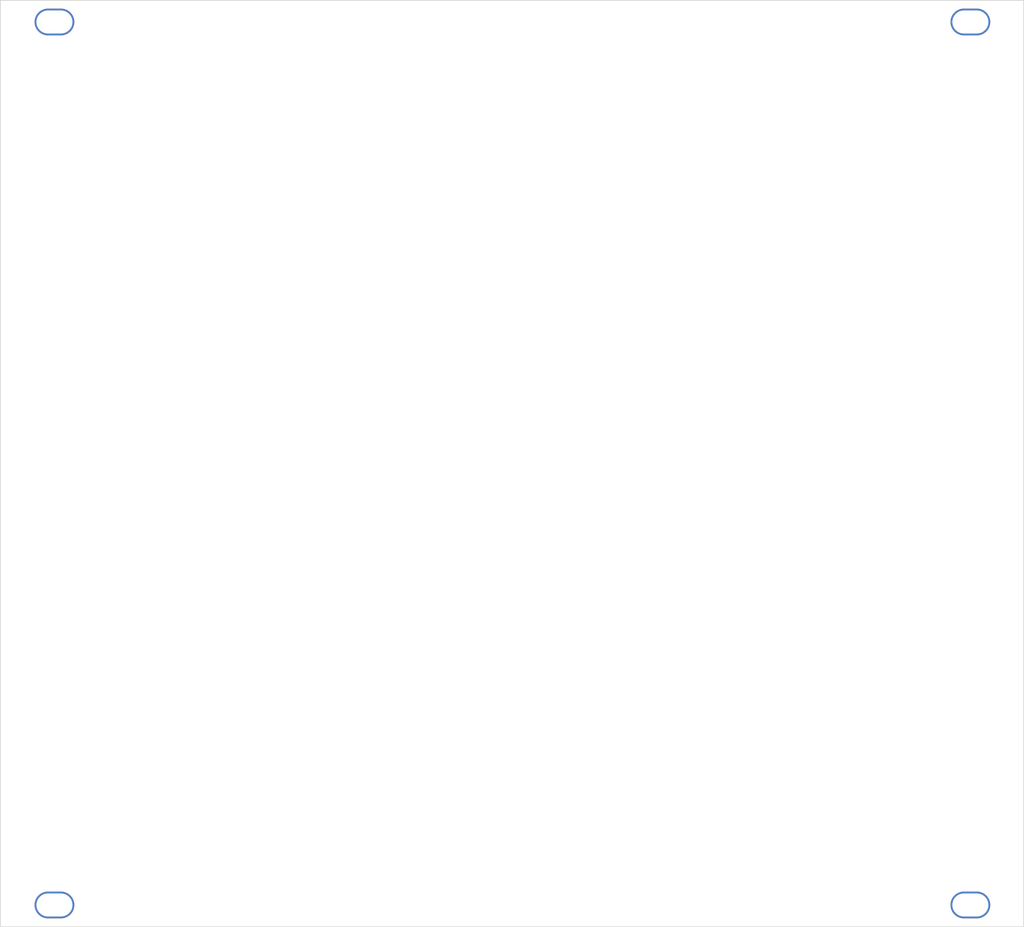
<source format=kicad_pcb>
(kicad_pcb (version 20211014) (generator pcbnew)
  (layers (0 "F.Cu" signal) (31 "B.Cu" signal) (34 "B.Paste" user) (35 "F.Paste" user) (36 "B.SilkS" user "B.Silkscreen") (37 "F.SilkS" user "F.Silkscreen") (38 "B.Mask" user) (39 "F.Mask" user) (44 "Edge.Cuts" user))
  (net 0 "")
  (footprint "" (layer "F.Cu") (at 7.5 125.5)
    (fp_text reference "" (at 0 0) (layer "F.SilkS") (effects (font (size 1.27 1.27))))
    (fp_text value "" (at 0 0) (layer "F.SilkS") (effects (font (size 1.27 1.27))))
    (pad "1" thru_hole oval (at 0 0) (size 5.5 3.7) (drill oval 5 3.2) (layers *.Cu *.Mask))
  )
  (footprint "" (layer "F.Cu") (at 134.5 3)
    (fp_text reference "" (at 0 0) (layer "F.SilkS") (effects (font (size 1.27 1.27))))
    (fp_text value "" (at 0 0) (layer "F.SilkS") (effects (font (size 1.27 1.27))))
    (pad "1" thru_hole oval (at 0 0) (size 5.5 3.7) (drill oval 5 3.2) (layers *.Cu *.Mask))
  )
  (footprint "" (layer "F.Cu") (at 7.5 3)
    (fp_text reference "" hide)
    (fp_text value "" hide)
    (pad "1" thru_hole oval (at 0 0) (size 5.5 3.7) (drill oval 5 3.2) (layers *.Cu *.Mask))
  )
  (footprint "" (layer "F.Cu") (at 134.5 125.5)
    (fp_text reference "" (at 0 0) (layer "F.SilkS") (effects (font (size 1.27 1.27))))
    (fp_text value "" (at 0 0) (layer "F.SilkS") (effects (font (size 1.27 1.27))))
    (pad "1" thru_hole oval (at 0 0) (size 5.5 3.7) (drill oval 5 3.2) (layers *.Cu *.Mask))
  )
  (gr_rect (start 0 0) (end 141.9 128.5) (layer "Edge.Cuts") (width 0.1) (fill none))
)
</source>
